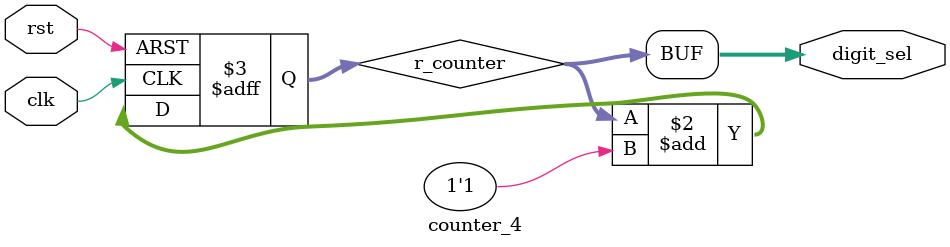
<source format=v>
`timescale 1ns / 1ps


module counter_4(
    input clk,
    input rst,
    output [1:0] digit_sel
    );

    reg [1:0] r_counter;


    always@(posedge clk or posedge rst)begin
        if(rst) begin
            r_counter <= 2'b00;
        end
        else begin
            r_counter <= r_counter + 1'b1;
        end
    end
    
    assign digit_sel = r_counter;

endmodule

</source>
